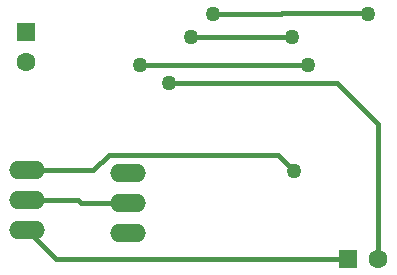
<source format=gbl>
G04*
G04 #@! TF.GenerationSoftware,Altium Limited,Altium Designer,23.8.1 (32)*
G04*
G04 Layer_Physical_Order=2*
G04 Layer_Color=16711680*
%FSLAX44Y44*%
%MOMM*%
G71*
G04*
G04 #@! TF.SameCoordinates,28D0BBF9-8047-43AB-9FF1-3D26A4D0E5B6*
G04*
G04*
G04 #@! TF.FilePolarity,Positive*
G04*
G01*
G75*
%ADD37C,0.4000*%
%ADD38O,3.0480X1.5240*%
%ADD39R,1.6000X1.6000*%
%ADD40C,1.6000*%
%ADD41R,1.6000X1.6000*%
%ADD42C,1.2700*%
D37*
X446023Y1242061D02*
X531368D01*
X352552Y1101090D02*
X392430D01*
X350012Y1103630D02*
X352552Y1101090D01*
X307340Y1103630D02*
X350012D01*
X464820Y1261618D02*
X522319D01*
X523239Y1262538D01*
X594660D01*
X595580Y1261618D01*
X427228Y1203198D02*
X569722D01*
X604520Y1168400D01*
Y1054100D02*
Y1168400D01*
X519176Y1142492D02*
X533400Y1128268D01*
X376682Y1142492D02*
X519176D01*
X363220Y1129030D02*
X376682Y1142492D01*
X307340Y1129030D02*
X363220D01*
X402590Y1217930D02*
X545084D01*
X331470Y1054100D02*
X579120D01*
X307340Y1078230D02*
X331470Y1054100D01*
D38*
X392430Y1126490D02*
D03*
Y1101090D02*
D03*
Y1075690D02*
D03*
X307340Y1078230D02*
D03*
Y1103630D02*
D03*
Y1129030D02*
D03*
D39*
X579120Y1054100D02*
D03*
D40*
X604520D02*
D03*
X306070Y1220470D02*
D03*
D41*
Y1245870D02*
D03*
D42*
X531368Y1242061D02*
D03*
X446023D02*
D03*
X464820Y1261618D02*
D03*
X595580D02*
D03*
X427228Y1203198D02*
D03*
X533400Y1128268D02*
D03*
X545084Y1217930D02*
D03*
X402590D02*
D03*
M02*

</source>
